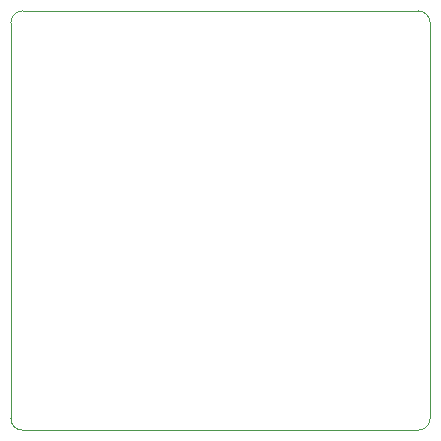
<source format=gbr>
%TF.GenerationSoftware,KiCad,Pcbnew,5.1.10-88a1d61d58~88~ubuntu20.04.1*%
%TF.CreationDate,2021-05-10T19:00:39+02:00*%
%TF.ProjectId,StepperServo,53746570-7065-4725-9365-72766f2e6b69,rev?*%
%TF.SameCoordinates,Original*%
%TF.FileFunction,Profile,NP*%
%FSLAX46Y46*%
G04 Gerber Fmt 4.6, Leading zero omitted, Abs format (unit mm)*
G04 Created by KiCad (PCBNEW 5.1.10-88a1d61d58~88~ubuntu20.04.1) date 2021-05-10 19:00:39*
%MOMM*%
%LPD*%
G01*
G04 APERTURE LIST*
%TA.AperFunction,Profile*%
%ADD10C,0.050000*%
%TD*%
G04 APERTURE END LIST*
D10*
X169250000Y-89000000D02*
G75*
G02*
X170250000Y-90000000I0J-1000000D01*
G01*
X134750000Y-90000000D02*
G75*
G02*
X135750000Y-89000000I1000000J0D01*
G01*
X135750000Y-124500000D02*
G75*
G02*
X134750000Y-123500000I0J1000000D01*
G01*
X170250000Y-123500000D02*
G75*
G02*
X169250000Y-124500000I-1000000J0D01*
G01*
X135750000Y-124500000D02*
X169250000Y-124500000D01*
X134750000Y-90000000D02*
X134750000Y-123500000D01*
X169250000Y-89000000D02*
X135750000Y-89000000D01*
X170250000Y-123500000D02*
X170250000Y-90000000D01*
M02*

</source>
